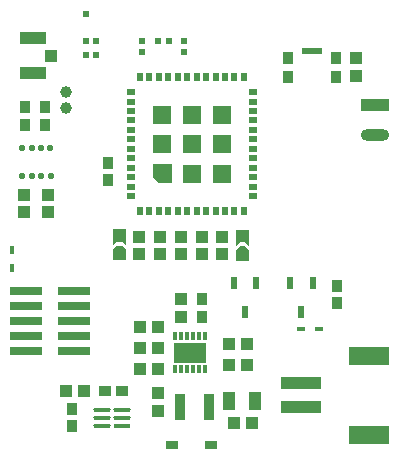
<source format=gtp>
G04*
G04 #@! TF.GenerationSoftware,Altium Limited,Altium Designer,21.0.8 (223)*
G04*
G04 Layer_Color=8421504*
%FSLAX25Y25*%
%MOIN*%
G70*
G04*
G04 #@! TF.SameCoordinates,33316FA8-22EC-4851-BF61-47935A3E7C20*
G04*
G04*
G04 #@! TF.FilePolarity,Positive*
G04*
G01*
G75*
%ADD18R,0.11000X0.02900*%
%ADD19R,0.09449X0.03937*%
%ADD20O,0.09449X0.03937*%
%ADD21R,0.08661X0.04134*%
%ADD22R,0.04134X0.03937*%
%ADD23R,0.02441X0.02441*%
%ADD24R,0.01968X0.03150*%
%ADD25R,0.03740X0.03937*%
%ADD26C,0.03937*%
G04:AMPARAMS|DCode=27|XSize=19.68mil|YSize=19.68mil|CornerRadius=2.46mil|HoleSize=0mil|Usage=FLASHONLY|Rotation=90.000|XOffset=0mil|YOffset=0mil|HoleType=Round|Shape=RoundedRectangle|*
%AMROUNDEDRECTD27*
21,1,0.01968,0.01476,0,0,90.0*
21,1,0.01476,0.01968,0,0,90.0*
1,1,0.00492,0.00738,0.00738*
1,1,0.00492,0.00738,-0.00738*
1,1,0.00492,-0.00738,-0.00738*
1,1,0.00492,-0.00738,0.00738*
%
%ADD27ROUNDEDRECTD27*%
%ADD28R,0.01968X0.01968*%
%ADD29R,0.06299X0.06299*%
%ADD30R,0.03937X0.03937*%
%ADD31R,0.03150X0.01968*%
%ADD32R,0.10827X0.06890*%
%ADD33R,0.01181X0.02559*%
%ADD34R,0.03543X0.03937*%
%ADD35R,0.06693X0.02165*%
%ADD36R,0.02441X0.02441*%
%ADD37R,0.03937X0.04134*%
%ADD38R,0.13780X0.03937*%
%ADD39R,0.13386X0.05906*%
%ADD40R,0.03937X0.03740*%
%ADD41R,0.03780X0.08740*%
%ADD42R,0.02362X0.03937*%
%ADD43R,0.03937X0.05906*%
%ADD44R,0.04409X0.03150*%
%ADD45R,0.05764X0.01480*%
G04:AMPARAMS|DCode=46|XSize=57.64mil|YSize=14.8mil|CornerRadius=7.4mil|HoleSize=0mil|Usage=FLASHONLY|Rotation=180.000|XOffset=0mil|YOffset=0mil|HoleType=Round|Shape=RoundedRectangle|*
%AMROUNDEDRECTD46*
21,1,0.05764,0.00000,0,0,180.0*
21,1,0.04284,0.01480,0,0,180.0*
1,1,0.01480,-0.02142,0.00000*
1,1,0.01480,0.02142,0.00000*
1,1,0.01480,0.02142,0.00000*
1,1,0.01480,-0.02142,0.00000*
%
%ADD46ROUNDEDRECTD46*%
%ADD47R,0.01000X0.01000*%
%ADD48R,0.02559X0.01575*%
%ADD49R,0.01575X0.02559*%
G36*
X60236Y93307D02*
X55905D01*
X53937Y95276D01*
Y99606D01*
X60236D01*
Y93307D01*
D02*
G37*
G36*
X44832Y72616D02*
X43632Y73816D01*
X41832D01*
X40632Y72616D01*
X40632Y77847D01*
X44832D01*
X44832Y72616D01*
D02*
G37*
G36*
X85840Y72426D02*
X84640Y73626D01*
X82840D01*
X81640Y72426D01*
X81640Y77657D01*
X85840D01*
X85840Y72426D01*
D02*
G37*
G36*
X44832Y71229D02*
Y67629D01*
X40632D01*
Y71229D01*
X41832Y72429D01*
X43632D01*
X44832Y71229D01*
D02*
G37*
G36*
X85840Y71039D02*
Y67439D01*
X81640D01*
Y71039D01*
X82840Y72239D01*
X84640D01*
X85840Y71039D01*
D02*
G37*
D18*
X27685Y37244D02*
D03*
X11685D02*
D03*
X27685Y42244D02*
D03*
X11685D02*
D03*
X27685Y47244D02*
D03*
X11685D02*
D03*
X27685Y52244D02*
D03*
X11685D02*
D03*
X27685Y57244D02*
D03*
X11685D02*
D03*
D19*
X127953Y119252D02*
D03*
D20*
Y109252D02*
D03*
D21*
X14023Y129977D02*
D03*
Y141591D02*
D03*
D22*
X20027Y135784D02*
D03*
X85316Y32733D02*
D03*
X79410D02*
D03*
X85316Y39634D02*
D03*
X79410D02*
D03*
X49573Y38326D02*
D03*
X55478D02*
D03*
X49573Y31425D02*
D03*
X55478D02*
D03*
X80905Y13386D02*
D03*
X86811D02*
D03*
X25050Y24079D02*
D03*
X30955D02*
D03*
X49573Y45228D02*
D03*
X55478D02*
D03*
D23*
X64314Y136984D02*
D03*
Y140606D02*
D03*
X50331Y140764D02*
D03*
Y137142D02*
D03*
D24*
X52756Y128543D02*
D03*
X49606D02*
D03*
X55905D02*
D03*
X59055D02*
D03*
X62205D02*
D03*
X65354D02*
D03*
X68504D02*
D03*
X71653D02*
D03*
X74803D02*
D03*
X77953D02*
D03*
X81102D02*
D03*
X84252D02*
D03*
Y84055D02*
D03*
X81102D02*
D03*
X77953D02*
D03*
X74803D02*
D03*
X71653D02*
D03*
X68504D02*
D03*
X65354D02*
D03*
X62205D02*
D03*
X59055D02*
D03*
X55905D02*
D03*
X52756D02*
D03*
X49606D02*
D03*
D25*
X18009Y112816D02*
D03*
X11113D02*
D03*
X115157Y53248D02*
D03*
Y58957D02*
D03*
X38974Y94216D02*
D03*
Y99924D02*
D03*
X70137Y48835D02*
D03*
Y54544D02*
D03*
X11113Y118524D02*
D03*
X18009D02*
D03*
X27100Y12296D02*
D03*
Y18004D02*
D03*
D26*
X24919Y123600D02*
D03*
Y118350D02*
D03*
D27*
X19760Y104958D02*
D03*
X16611D02*
D03*
X10311D02*
D03*
X19839Y95509D02*
D03*
X13461D02*
D03*
Y104958D02*
D03*
X16611Y95509D02*
D03*
X10311D02*
D03*
D28*
X31496Y149606D02*
D03*
D29*
X66929Y96457D02*
D03*
X76772Y116142D02*
D03*
Y106299D02*
D03*
Y96457D02*
D03*
X66929Y116142D02*
D03*
Y106299D02*
D03*
X57087Y116142D02*
D03*
X57097Y106299D02*
D03*
D30*
X57087Y96457D02*
D03*
D31*
X46457Y88976D02*
D03*
Y92126D02*
D03*
Y95276D02*
D03*
Y98425D02*
D03*
Y101575D02*
D03*
Y104724D02*
D03*
Y107874D02*
D03*
Y111024D02*
D03*
Y114173D02*
D03*
Y117323D02*
D03*
Y120472D02*
D03*
Y123622D02*
D03*
X87402D02*
D03*
Y120472D02*
D03*
Y117323D02*
D03*
Y114173D02*
D03*
Y111024D02*
D03*
Y107874D02*
D03*
Y104724D02*
D03*
Y101575D02*
D03*
Y98425D02*
D03*
Y95276D02*
D03*
Y92126D02*
D03*
Y88976D02*
D03*
D32*
X66263Y36764D02*
D03*
D33*
X71184Y31253D02*
D03*
X69216D02*
D03*
X67247D02*
D03*
X65279D02*
D03*
X63310D02*
D03*
X61342D02*
D03*
Y42276D02*
D03*
X63310D02*
D03*
X65279D02*
D03*
X67247D02*
D03*
X69216D02*
D03*
X71184D02*
D03*
D34*
X98819Y128740D02*
D03*
X114961Y135039D02*
D03*
X98819D02*
D03*
X114961Y128740D02*
D03*
D35*
X106888Y137500D02*
D03*
D36*
X31461Y135852D02*
D03*
X35083D02*
D03*
X31461Y140720D02*
D03*
X35083D02*
D03*
X55512Y140764D02*
D03*
X59134D02*
D03*
D37*
X11067Y83524D02*
D03*
X55478Y17291D02*
D03*
Y23197D02*
D03*
X63236Y54644D02*
D03*
Y48738D02*
D03*
X11067Y89429D02*
D03*
X70137Y75436D02*
D03*
Y69530D02*
D03*
X56335Y75436D02*
D03*
Y69530D02*
D03*
X63236Y75436D02*
D03*
Y69530D02*
D03*
X77038Y75436D02*
D03*
Y69530D02*
D03*
X49434Y75436D02*
D03*
Y69530D02*
D03*
X19004Y89429D02*
D03*
Y83524D02*
D03*
X121664Y129134D02*
D03*
Y135039D02*
D03*
D38*
X103347Y18701D02*
D03*
Y26575D02*
D03*
D39*
X125984Y9449D02*
D03*
Y35827D02*
D03*
D40*
X43560Y24079D02*
D03*
X37852D02*
D03*
D41*
X62894Y18669D02*
D03*
X72539D02*
D03*
D42*
X103390Y50394D02*
D03*
X99650Y59842D02*
D03*
X107131D02*
D03*
X84646Y50394D02*
D03*
X80905Y59842D02*
D03*
X88386D02*
D03*
D43*
X79134Y20816D02*
D03*
X87795D02*
D03*
D44*
X60433Y5906D02*
D03*
X73425D02*
D03*
D45*
X43466Y12409D02*
D03*
D46*
Y14968D02*
D03*
Y17527D02*
D03*
X37009D02*
D03*
Y14968D02*
D03*
Y12409D02*
D03*
D47*
X42732Y76216D02*
D03*
Y69729D02*
D03*
X83740Y76026D02*
D03*
Y69539D02*
D03*
D48*
X109252Y44579D02*
D03*
X103347D02*
D03*
D49*
X6890Y70866D02*
D03*
Y64961D02*
D03*
M02*

</source>
